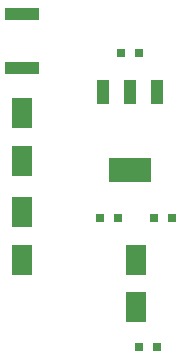
<source format=gtp>
G04 #@! TF.FileFunction,Paste,Top*
%FSLAX46Y46*%
G04 Gerber Fmt 4.6, Leading zero omitted, Abs format (unit mm)*
G04 Created by KiCad (PCBNEW 4.0.2-stable) date 8/12/2016 8:24:09 AM*
%MOMM*%
G01*
G04 APERTURE LIST*
%ADD10C,0.100000*%
%ADD11R,0.800000X0.750000*%
%ADD12R,1.800860X2.499360*%
%ADD13R,3.000000X1.000000*%
%ADD14R,3.657600X2.032000*%
%ADD15R,1.016000X2.032000*%
G04 APERTURE END LIST*
D10*
D11*
X210312000Y-73914000D03*
X211812000Y-73914000D03*
X213614000Y-84836000D03*
X215114000Y-84836000D03*
X212102000Y-59944000D03*
X213602000Y-59944000D03*
X216384000Y-73914000D03*
X214884000Y-73914000D03*
D12*
X203708000Y-73439020D03*
X203708000Y-77436980D03*
X203708000Y-65057020D03*
X203708000Y-69054980D03*
X213360000Y-77470000D03*
X213360000Y-81467960D03*
D13*
X203708000Y-61242000D03*
X203708000Y-56642000D03*
D14*
X212852000Y-69850000D03*
D15*
X212852000Y-63246000D03*
X210566000Y-63246000D03*
X215138000Y-63246000D03*
M02*

</source>
